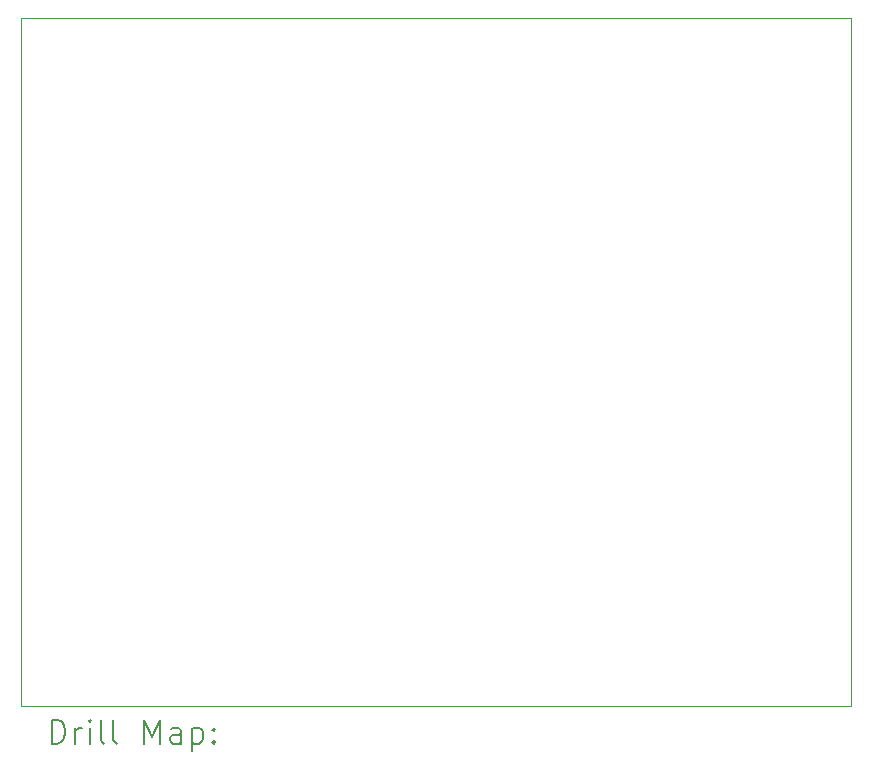
<source format=gbr>
%TF.GenerationSoftware,KiCad,Pcbnew,9.0.0*%
%TF.CreationDate,2025-07-23T17:32:24-04:00*%
%TF.ProjectId,PresToe_BMS_48V,50726573-546f-4655-9f42-4d535f343856,rev?*%
%TF.SameCoordinates,Original*%
%TF.FileFunction,Drillmap*%
%TF.FilePolarity,Positive*%
%FSLAX45Y45*%
G04 Gerber Fmt 4.5, Leading zero omitted, Abs format (unit mm)*
G04 Created by KiCad (PCBNEW 9.0.0) date 2025-07-23 17:32:24*
%MOMM*%
%LPD*%
G01*
G04 APERTURE LIST*
%ADD10C,0.050000*%
%ADD11C,0.200000*%
G04 APERTURE END LIST*
D10*
X2850000Y-2600000D02*
X9875000Y-2600000D01*
X9875000Y-8425000D01*
X2850000Y-8425000D01*
X2850000Y-2600000D01*
D11*
X3108277Y-8738984D02*
X3108277Y-8538984D01*
X3108277Y-8538984D02*
X3155896Y-8538984D01*
X3155896Y-8538984D02*
X3184467Y-8548508D01*
X3184467Y-8548508D02*
X3203515Y-8567555D01*
X3203515Y-8567555D02*
X3213039Y-8586603D01*
X3213039Y-8586603D02*
X3222562Y-8624698D01*
X3222562Y-8624698D02*
X3222562Y-8653270D01*
X3222562Y-8653270D02*
X3213039Y-8691365D01*
X3213039Y-8691365D02*
X3203515Y-8710412D01*
X3203515Y-8710412D02*
X3184467Y-8729460D01*
X3184467Y-8729460D02*
X3155896Y-8738984D01*
X3155896Y-8738984D02*
X3108277Y-8738984D01*
X3308277Y-8738984D02*
X3308277Y-8605650D01*
X3308277Y-8643746D02*
X3317801Y-8624698D01*
X3317801Y-8624698D02*
X3327324Y-8615174D01*
X3327324Y-8615174D02*
X3346372Y-8605650D01*
X3346372Y-8605650D02*
X3365420Y-8605650D01*
X3432086Y-8738984D02*
X3432086Y-8605650D01*
X3432086Y-8538984D02*
X3422562Y-8548508D01*
X3422562Y-8548508D02*
X3432086Y-8558031D01*
X3432086Y-8558031D02*
X3441610Y-8548508D01*
X3441610Y-8548508D02*
X3432086Y-8538984D01*
X3432086Y-8538984D02*
X3432086Y-8558031D01*
X3555896Y-8738984D02*
X3536848Y-8729460D01*
X3536848Y-8729460D02*
X3527324Y-8710412D01*
X3527324Y-8710412D02*
X3527324Y-8538984D01*
X3660658Y-8738984D02*
X3641610Y-8729460D01*
X3641610Y-8729460D02*
X3632086Y-8710412D01*
X3632086Y-8710412D02*
X3632086Y-8538984D01*
X3889229Y-8738984D02*
X3889229Y-8538984D01*
X3889229Y-8538984D02*
X3955896Y-8681841D01*
X3955896Y-8681841D02*
X4022562Y-8538984D01*
X4022562Y-8538984D02*
X4022562Y-8738984D01*
X4203515Y-8738984D02*
X4203515Y-8634222D01*
X4203515Y-8634222D02*
X4193991Y-8615174D01*
X4193991Y-8615174D02*
X4174943Y-8605650D01*
X4174943Y-8605650D02*
X4136848Y-8605650D01*
X4136848Y-8605650D02*
X4117801Y-8615174D01*
X4203515Y-8729460D02*
X4184467Y-8738984D01*
X4184467Y-8738984D02*
X4136848Y-8738984D01*
X4136848Y-8738984D02*
X4117801Y-8729460D01*
X4117801Y-8729460D02*
X4108277Y-8710412D01*
X4108277Y-8710412D02*
X4108277Y-8691365D01*
X4108277Y-8691365D02*
X4117801Y-8672317D01*
X4117801Y-8672317D02*
X4136848Y-8662793D01*
X4136848Y-8662793D02*
X4184467Y-8662793D01*
X4184467Y-8662793D02*
X4203515Y-8653270D01*
X4298753Y-8605650D02*
X4298753Y-8805650D01*
X4298753Y-8615174D02*
X4317801Y-8605650D01*
X4317801Y-8605650D02*
X4355896Y-8605650D01*
X4355896Y-8605650D02*
X4374944Y-8615174D01*
X4374944Y-8615174D02*
X4384467Y-8624698D01*
X4384467Y-8624698D02*
X4393991Y-8643746D01*
X4393991Y-8643746D02*
X4393991Y-8700889D01*
X4393991Y-8700889D02*
X4384467Y-8719936D01*
X4384467Y-8719936D02*
X4374944Y-8729460D01*
X4374944Y-8729460D02*
X4355896Y-8738984D01*
X4355896Y-8738984D02*
X4317801Y-8738984D01*
X4317801Y-8738984D02*
X4298753Y-8729460D01*
X4479705Y-8719936D02*
X4489229Y-8729460D01*
X4489229Y-8729460D02*
X4479705Y-8738984D01*
X4479705Y-8738984D02*
X4470182Y-8729460D01*
X4470182Y-8729460D02*
X4479705Y-8719936D01*
X4479705Y-8719936D02*
X4479705Y-8738984D01*
X4479705Y-8615174D02*
X4489229Y-8624698D01*
X4489229Y-8624698D02*
X4479705Y-8634222D01*
X4479705Y-8634222D02*
X4470182Y-8624698D01*
X4470182Y-8624698D02*
X4479705Y-8615174D01*
X4479705Y-8615174D02*
X4479705Y-8634222D01*
M02*

</source>
